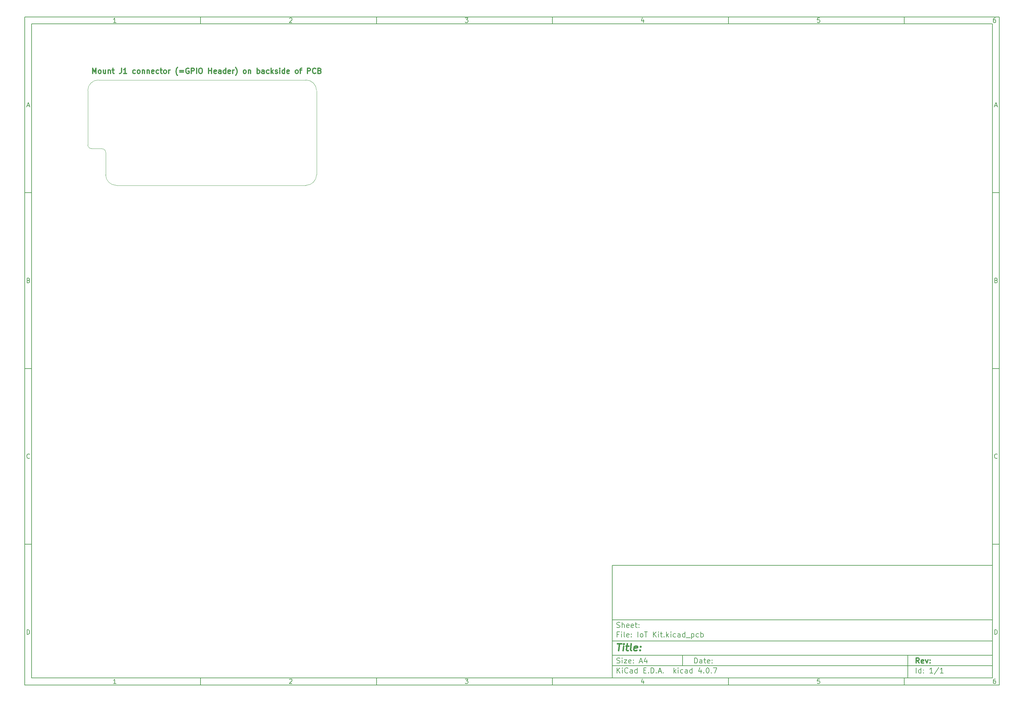
<source format=gbr>
G04 #@! TF.FileFunction,Other,Comment*
%FSLAX46Y46*%
G04 Gerber Fmt 4.6, Leading zero omitted, Abs format (unit mm)*
G04 Created by KiCad (PCBNEW 4.0.7) date Thursday 07 December 2017 'o51' 11:51:57*
%MOMM*%
%LPD*%
G01*
G04 APERTURE LIST*
%ADD10C,0.100000*%
%ADD11C,0.150000*%
%ADD12C,0.300000*%
%ADD13C,0.400000*%
G04 APERTURE END LIST*
D10*
D11*
X177002200Y-166007200D02*
X177002200Y-198007200D01*
X285002200Y-198007200D01*
X285002200Y-166007200D01*
X177002200Y-166007200D01*
D10*
D11*
X10000000Y-10000000D02*
X10000000Y-200007200D01*
X287002200Y-200007200D01*
X287002200Y-10000000D01*
X10000000Y-10000000D01*
D10*
D11*
X12000000Y-12000000D02*
X12000000Y-198007200D01*
X285002200Y-198007200D01*
X285002200Y-12000000D01*
X12000000Y-12000000D01*
D10*
D11*
X60000000Y-12000000D02*
X60000000Y-10000000D01*
D10*
D11*
X110000000Y-12000000D02*
X110000000Y-10000000D01*
D10*
D11*
X160000000Y-12000000D02*
X160000000Y-10000000D01*
D10*
D11*
X210000000Y-12000000D02*
X210000000Y-10000000D01*
D10*
D11*
X260000000Y-12000000D02*
X260000000Y-10000000D01*
D10*
D11*
X35990476Y-11588095D02*
X35247619Y-11588095D01*
X35619048Y-11588095D02*
X35619048Y-10288095D01*
X35495238Y-10473810D01*
X35371429Y-10597619D01*
X35247619Y-10659524D01*
D10*
D11*
X85247619Y-10411905D02*
X85309524Y-10350000D01*
X85433333Y-10288095D01*
X85742857Y-10288095D01*
X85866667Y-10350000D01*
X85928571Y-10411905D01*
X85990476Y-10535714D01*
X85990476Y-10659524D01*
X85928571Y-10845238D01*
X85185714Y-11588095D01*
X85990476Y-11588095D01*
D10*
D11*
X135185714Y-10288095D02*
X135990476Y-10288095D01*
X135557143Y-10783333D01*
X135742857Y-10783333D01*
X135866667Y-10845238D01*
X135928571Y-10907143D01*
X135990476Y-11030952D01*
X135990476Y-11340476D01*
X135928571Y-11464286D01*
X135866667Y-11526190D01*
X135742857Y-11588095D01*
X135371429Y-11588095D01*
X135247619Y-11526190D01*
X135185714Y-11464286D01*
D10*
D11*
X185866667Y-10721429D02*
X185866667Y-11588095D01*
X185557143Y-10226190D02*
X185247619Y-11154762D01*
X186052381Y-11154762D01*
D10*
D11*
X235928571Y-10288095D02*
X235309524Y-10288095D01*
X235247619Y-10907143D01*
X235309524Y-10845238D01*
X235433333Y-10783333D01*
X235742857Y-10783333D01*
X235866667Y-10845238D01*
X235928571Y-10907143D01*
X235990476Y-11030952D01*
X235990476Y-11340476D01*
X235928571Y-11464286D01*
X235866667Y-11526190D01*
X235742857Y-11588095D01*
X235433333Y-11588095D01*
X235309524Y-11526190D01*
X235247619Y-11464286D01*
D10*
D11*
X285866667Y-10288095D02*
X285619048Y-10288095D01*
X285495238Y-10350000D01*
X285433333Y-10411905D01*
X285309524Y-10597619D01*
X285247619Y-10845238D01*
X285247619Y-11340476D01*
X285309524Y-11464286D01*
X285371429Y-11526190D01*
X285495238Y-11588095D01*
X285742857Y-11588095D01*
X285866667Y-11526190D01*
X285928571Y-11464286D01*
X285990476Y-11340476D01*
X285990476Y-11030952D01*
X285928571Y-10907143D01*
X285866667Y-10845238D01*
X285742857Y-10783333D01*
X285495238Y-10783333D01*
X285371429Y-10845238D01*
X285309524Y-10907143D01*
X285247619Y-11030952D01*
D10*
D11*
X60000000Y-198007200D02*
X60000000Y-200007200D01*
D10*
D11*
X110000000Y-198007200D02*
X110000000Y-200007200D01*
D10*
D11*
X160000000Y-198007200D02*
X160000000Y-200007200D01*
D10*
D11*
X210000000Y-198007200D02*
X210000000Y-200007200D01*
D10*
D11*
X260000000Y-198007200D02*
X260000000Y-200007200D01*
D10*
D11*
X35990476Y-199595295D02*
X35247619Y-199595295D01*
X35619048Y-199595295D02*
X35619048Y-198295295D01*
X35495238Y-198481010D01*
X35371429Y-198604819D01*
X35247619Y-198666724D01*
D10*
D11*
X85247619Y-198419105D02*
X85309524Y-198357200D01*
X85433333Y-198295295D01*
X85742857Y-198295295D01*
X85866667Y-198357200D01*
X85928571Y-198419105D01*
X85990476Y-198542914D01*
X85990476Y-198666724D01*
X85928571Y-198852438D01*
X85185714Y-199595295D01*
X85990476Y-199595295D01*
D10*
D11*
X135185714Y-198295295D02*
X135990476Y-198295295D01*
X135557143Y-198790533D01*
X135742857Y-198790533D01*
X135866667Y-198852438D01*
X135928571Y-198914343D01*
X135990476Y-199038152D01*
X135990476Y-199347676D01*
X135928571Y-199471486D01*
X135866667Y-199533390D01*
X135742857Y-199595295D01*
X135371429Y-199595295D01*
X135247619Y-199533390D01*
X135185714Y-199471486D01*
D10*
D11*
X185866667Y-198728629D02*
X185866667Y-199595295D01*
X185557143Y-198233390D02*
X185247619Y-199161962D01*
X186052381Y-199161962D01*
D10*
D11*
X235928571Y-198295295D02*
X235309524Y-198295295D01*
X235247619Y-198914343D01*
X235309524Y-198852438D01*
X235433333Y-198790533D01*
X235742857Y-198790533D01*
X235866667Y-198852438D01*
X235928571Y-198914343D01*
X235990476Y-199038152D01*
X235990476Y-199347676D01*
X235928571Y-199471486D01*
X235866667Y-199533390D01*
X235742857Y-199595295D01*
X235433333Y-199595295D01*
X235309524Y-199533390D01*
X235247619Y-199471486D01*
D10*
D11*
X285866667Y-198295295D02*
X285619048Y-198295295D01*
X285495238Y-198357200D01*
X285433333Y-198419105D01*
X285309524Y-198604819D01*
X285247619Y-198852438D01*
X285247619Y-199347676D01*
X285309524Y-199471486D01*
X285371429Y-199533390D01*
X285495238Y-199595295D01*
X285742857Y-199595295D01*
X285866667Y-199533390D01*
X285928571Y-199471486D01*
X285990476Y-199347676D01*
X285990476Y-199038152D01*
X285928571Y-198914343D01*
X285866667Y-198852438D01*
X285742857Y-198790533D01*
X285495238Y-198790533D01*
X285371429Y-198852438D01*
X285309524Y-198914343D01*
X285247619Y-199038152D01*
D10*
D11*
X10000000Y-60000000D02*
X12000000Y-60000000D01*
D10*
D11*
X10000000Y-110000000D02*
X12000000Y-110000000D01*
D10*
D11*
X10000000Y-160000000D02*
X12000000Y-160000000D01*
D10*
D11*
X10690476Y-35216667D02*
X11309524Y-35216667D01*
X10566667Y-35588095D02*
X11000000Y-34288095D01*
X11433333Y-35588095D01*
D10*
D11*
X11092857Y-84907143D02*
X11278571Y-84969048D01*
X11340476Y-85030952D01*
X11402381Y-85154762D01*
X11402381Y-85340476D01*
X11340476Y-85464286D01*
X11278571Y-85526190D01*
X11154762Y-85588095D01*
X10659524Y-85588095D01*
X10659524Y-84288095D01*
X11092857Y-84288095D01*
X11216667Y-84350000D01*
X11278571Y-84411905D01*
X11340476Y-84535714D01*
X11340476Y-84659524D01*
X11278571Y-84783333D01*
X11216667Y-84845238D01*
X11092857Y-84907143D01*
X10659524Y-84907143D01*
D10*
D11*
X11402381Y-135464286D02*
X11340476Y-135526190D01*
X11154762Y-135588095D01*
X11030952Y-135588095D01*
X10845238Y-135526190D01*
X10721429Y-135402381D01*
X10659524Y-135278571D01*
X10597619Y-135030952D01*
X10597619Y-134845238D01*
X10659524Y-134597619D01*
X10721429Y-134473810D01*
X10845238Y-134350000D01*
X11030952Y-134288095D01*
X11154762Y-134288095D01*
X11340476Y-134350000D01*
X11402381Y-134411905D01*
D10*
D11*
X10659524Y-185588095D02*
X10659524Y-184288095D01*
X10969048Y-184288095D01*
X11154762Y-184350000D01*
X11278571Y-184473810D01*
X11340476Y-184597619D01*
X11402381Y-184845238D01*
X11402381Y-185030952D01*
X11340476Y-185278571D01*
X11278571Y-185402381D01*
X11154762Y-185526190D01*
X10969048Y-185588095D01*
X10659524Y-185588095D01*
D10*
D11*
X287002200Y-60000000D02*
X285002200Y-60000000D01*
D10*
D11*
X287002200Y-110000000D02*
X285002200Y-110000000D01*
D10*
D11*
X287002200Y-160000000D02*
X285002200Y-160000000D01*
D10*
D11*
X285692676Y-35216667D02*
X286311724Y-35216667D01*
X285568867Y-35588095D02*
X286002200Y-34288095D01*
X286435533Y-35588095D01*
D10*
D11*
X286095057Y-84907143D02*
X286280771Y-84969048D01*
X286342676Y-85030952D01*
X286404581Y-85154762D01*
X286404581Y-85340476D01*
X286342676Y-85464286D01*
X286280771Y-85526190D01*
X286156962Y-85588095D01*
X285661724Y-85588095D01*
X285661724Y-84288095D01*
X286095057Y-84288095D01*
X286218867Y-84350000D01*
X286280771Y-84411905D01*
X286342676Y-84535714D01*
X286342676Y-84659524D01*
X286280771Y-84783333D01*
X286218867Y-84845238D01*
X286095057Y-84907143D01*
X285661724Y-84907143D01*
D10*
D11*
X286404581Y-135464286D02*
X286342676Y-135526190D01*
X286156962Y-135588095D01*
X286033152Y-135588095D01*
X285847438Y-135526190D01*
X285723629Y-135402381D01*
X285661724Y-135278571D01*
X285599819Y-135030952D01*
X285599819Y-134845238D01*
X285661724Y-134597619D01*
X285723629Y-134473810D01*
X285847438Y-134350000D01*
X286033152Y-134288095D01*
X286156962Y-134288095D01*
X286342676Y-134350000D01*
X286404581Y-134411905D01*
D10*
D11*
X285661724Y-185588095D02*
X285661724Y-184288095D01*
X285971248Y-184288095D01*
X286156962Y-184350000D01*
X286280771Y-184473810D01*
X286342676Y-184597619D01*
X286404581Y-184845238D01*
X286404581Y-185030952D01*
X286342676Y-185278571D01*
X286280771Y-185402381D01*
X286156962Y-185526190D01*
X285971248Y-185588095D01*
X285661724Y-185588095D01*
D10*
D11*
X200359343Y-193785771D02*
X200359343Y-192285771D01*
X200716486Y-192285771D01*
X200930771Y-192357200D01*
X201073629Y-192500057D01*
X201145057Y-192642914D01*
X201216486Y-192928629D01*
X201216486Y-193142914D01*
X201145057Y-193428629D01*
X201073629Y-193571486D01*
X200930771Y-193714343D01*
X200716486Y-193785771D01*
X200359343Y-193785771D01*
X202502200Y-193785771D02*
X202502200Y-193000057D01*
X202430771Y-192857200D01*
X202287914Y-192785771D01*
X202002200Y-192785771D01*
X201859343Y-192857200D01*
X202502200Y-193714343D02*
X202359343Y-193785771D01*
X202002200Y-193785771D01*
X201859343Y-193714343D01*
X201787914Y-193571486D01*
X201787914Y-193428629D01*
X201859343Y-193285771D01*
X202002200Y-193214343D01*
X202359343Y-193214343D01*
X202502200Y-193142914D01*
X203002200Y-192785771D02*
X203573629Y-192785771D01*
X203216486Y-192285771D02*
X203216486Y-193571486D01*
X203287914Y-193714343D01*
X203430772Y-193785771D01*
X203573629Y-193785771D01*
X204645057Y-193714343D02*
X204502200Y-193785771D01*
X204216486Y-193785771D01*
X204073629Y-193714343D01*
X204002200Y-193571486D01*
X204002200Y-193000057D01*
X204073629Y-192857200D01*
X204216486Y-192785771D01*
X204502200Y-192785771D01*
X204645057Y-192857200D01*
X204716486Y-193000057D01*
X204716486Y-193142914D01*
X204002200Y-193285771D01*
X205359343Y-193642914D02*
X205430771Y-193714343D01*
X205359343Y-193785771D01*
X205287914Y-193714343D01*
X205359343Y-193642914D01*
X205359343Y-193785771D01*
X205359343Y-192857200D02*
X205430771Y-192928629D01*
X205359343Y-193000057D01*
X205287914Y-192928629D01*
X205359343Y-192857200D01*
X205359343Y-193000057D01*
D10*
D11*
X177002200Y-194507200D02*
X285002200Y-194507200D01*
D10*
D11*
X178359343Y-196585771D02*
X178359343Y-195085771D01*
X179216486Y-196585771D02*
X178573629Y-195728629D01*
X179216486Y-195085771D02*
X178359343Y-195942914D01*
X179859343Y-196585771D02*
X179859343Y-195585771D01*
X179859343Y-195085771D02*
X179787914Y-195157200D01*
X179859343Y-195228629D01*
X179930771Y-195157200D01*
X179859343Y-195085771D01*
X179859343Y-195228629D01*
X181430772Y-196442914D02*
X181359343Y-196514343D01*
X181145057Y-196585771D01*
X181002200Y-196585771D01*
X180787915Y-196514343D01*
X180645057Y-196371486D01*
X180573629Y-196228629D01*
X180502200Y-195942914D01*
X180502200Y-195728629D01*
X180573629Y-195442914D01*
X180645057Y-195300057D01*
X180787915Y-195157200D01*
X181002200Y-195085771D01*
X181145057Y-195085771D01*
X181359343Y-195157200D01*
X181430772Y-195228629D01*
X182716486Y-196585771D02*
X182716486Y-195800057D01*
X182645057Y-195657200D01*
X182502200Y-195585771D01*
X182216486Y-195585771D01*
X182073629Y-195657200D01*
X182716486Y-196514343D02*
X182573629Y-196585771D01*
X182216486Y-196585771D01*
X182073629Y-196514343D01*
X182002200Y-196371486D01*
X182002200Y-196228629D01*
X182073629Y-196085771D01*
X182216486Y-196014343D01*
X182573629Y-196014343D01*
X182716486Y-195942914D01*
X184073629Y-196585771D02*
X184073629Y-195085771D01*
X184073629Y-196514343D02*
X183930772Y-196585771D01*
X183645058Y-196585771D01*
X183502200Y-196514343D01*
X183430772Y-196442914D01*
X183359343Y-196300057D01*
X183359343Y-195871486D01*
X183430772Y-195728629D01*
X183502200Y-195657200D01*
X183645058Y-195585771D01*
X183930772Y-195585771D01*
X184073629Y-195657200D01*
X185930772Y-195800057D02*
X186430772Y-195800057D01*
X186645058Y-196585771D02*
X185930772Y-196585771D01*
X185930772Y-195085771D01*
X186645058Y-195085771D01*
X187287915Y-196442914D02*
X187359343Y-196514343D01*
X187287915Y-196585771D01*
X187216486Y-196514343D01*
X187287915Y-196442914D01*
X187287915Y-196585771D01*
X188002201Y-196585771D02*
X188002201Y-195085771D01*
X188359344Y-195085771D01*
X188573629Y-195157200D01*
X188716487Y-195300057D01*
X188787915Y-195442914D01*
X188859344Y-195728629D01*
X188859344Y-195942914D01*
X188787915Y-196228629D01*
X188716487Y-196371486D01*
X188573629Y-196514343D01*
X188359344Y-196585771D01*
X188002201Y-196585771D01*
X189502201Y-196442914D02*
X189573629Y-196514343D01*
X189502201Y-196585771D01*
X189430772Y-196514343D01*
X189502201Y-196442914D01*
X189502201Y-196585771D01*
X190145058Y-196157200D02*
X190859344Y-196157200D01*
X190002201Y-196585771D02*
X190502201Y-195085771D01*
X191002201Y-196585771D01*
X191502201Y-196442914D02*
X191573629Y-196514343D01*
X191502201Y-196585771D01*
X191430772Y-196514343D01*
X191502201Y-196442914D01*
X191502201Y-196585771D01*
X194502201Y-196585771D02*
X194502201Y-195085771D01*
X194645058Y-196014343D02*
X195073629Y-196585771D01*
X195073629Y-195585771D02*
X194502201Y-196157200D01*
X195716487Y-196585771D02*
X195716487Y-195585771D01*
X195716487Y-195085771D02*
X195645058Y-195157200D01*
X195716487Y-195228629D01*
X195787915Y-195157200D01*
X195716487Y-195085771D01*
X195716487Y-195228629D01*
X197073630Y-196514343D02*
X196930773Y-196585771D01*
X196645059Y-196585771D01*
X196502201Y-196514343D01*
X196430773Y-196442914D01*
X196359344Y-196300057D01*
X196359344Y-195871486D01*
X196430773Y-195728629D01*
X196502201Y-195657200D01*
X196645059Y-195585771D01*
X196930773Y-195585771D01*
X197073630Y-195657200D01*
X198359344Y-196585771D02*
X198359344Y-195800057D01*
X198287915Y-195657200D01*
X198145058Y-195585771D01*
X197859344Y-195585771D01*
X197716487Y-195657200D01*
X198359344Y-196514343D02*
X198216487Y-196585771D01*
X197859344Y-196585771D01*
X197716487Y-196514343D01*
X197645058Y-196371486D01*
X197645058Y-196228629D01*
X197716487Y-196085771D01*
X197859344Y-196014343D01*
X198216487Y-196014343D01*
X198359344Y-195942914D01*
X199716487Y-196585771D02*
X199716487Y-195085771D01*
X199716487Y-196514343D02*
X199573630Y-196585771D01*
X199287916Y-196585771D01*
X199145058Y-196514343D01*
X199073630Y-196442914D01*
X199002201Y-196300057D01*
X199002201Y-195871486D01*
X199073630Y-195728629D01*
X199145058Y-195657200D01*
X199287916Y-195585771D01*
X199573630Y-195585771D01*
X199716487Y-195657200D01*
X202216487Y-195585771D02*
X202216487Y-196585771D01*
X201859344Y-195014343D02*
X201502201Y-196085771D01*
X202430773Y-196085771D01*
X203002201Y-196442914D02*
X203073629Y-196514343D01*
X203002201Y-196585771D01*
X202930772Y-196514343D01*
X203002201Y-196442914D01*
X203002201Y-196585771D01*
X204002201Y-195085771D02*
X204145058Y-195085771D01*
X204287915Y-195157200D01*
X204359344Y-195228629D01*
X204430773Y-195371486D01*
X204502201Y-195657200D01*
X204502201Y-196014343D01*
X204430773Y-196300057D01*
X204359344Y-196442914D01*
X204287915Y-196514343D01*
X204145058Y-196585771D01*
X204002201Y-196585771D01*
X203859344Y-196514343D01*
X203787915Y-196442914D01*
X203716487Y-196300057D01*
X203645058Y-196014343D01*
X203645058Y-195657200D01*
X203716487Y-195371486D01*
X203787915Y-195228629D01*
X203859344Y-195157200D01*
X204002201Y-195085771D01*
X205145058Y-196442914D02*
X205216486Y-196514343D01*
X205145058Y-196585771D01*
X205073629Y-196514343D01*
X205145058Y-196442914D01*
X205145058Y-196585771D01*
X205716487Y-195085771D02*
X206716487Y-195085771D01*
X206073630Y-196585771D01*
D10*
D11*
X177002200Y-191507200D02*
X285002200Y-191507200D01*
D10*
D12*
X264216486Y-193785771D02*
X263716486Y-193071486D01*
X263359343Y-193785771D02*
X263359343Y-192285771D01*
X263930771Y-192285771D01*
X264073629Y-192357200D01*
X264145057Y-192428629D01*
X264216486Y-192571486D01*
X264216486Y-192785771D01*
X264145057Y-192928629D01*
X264073629Y-193000057D01*
X263930771Y-193071486D01*
X263359343Y-193071486D01*
X265430771Y-193714343D02*
X265287914Y-193785771D01*
X265002200Y-193785771D01*
X264859343Y-193714343D01*
X264787914Y-193571486D01*
X264787914Y-193000057D01*
X264859343Y-192857200D01*
X265002200Y-192785771D01*
X265287914Y-192785771D01*
X265430771Y-192857200D01*
X265502200Y-193000057D01*
X265502200Y-193142914D01*
X264787914Y-193285771D01*
X266002200Y-192785771D02*
X266359343Y-193785771D01*
X266716485Y-192785771D01*
X267287914Y-193642914D02*
X267359342Y-193714343D01*
X267287914Y-193785771D01*
X267216485Y-193714343D01*
X267287914Y-193642914D01*
X267287914Y-193785771D01*
X267287914Y-192857200D02*
X267359342Y-192928629D01*
X267287914Y-193000057D01*
X267216485Y-192928629D01*
X267287914Y-192857200D01*
X267287914Y-193000057D01*
D10*
D11*
X178287914Y-193714343D02*
X178502200Y-193785771D01*
X178859343Y-193785771D01*
X179002200Y-193714343D01*
X179073629Y-193642914D01*
X179145057Y-193500057D01*
X179145057Y-193357200D01*
X179073629Y-193214343D01*
X179002200Y-193142914D01*
X178859343Y-193071486D01*
X178573629Y-193000057D01*
X178430771Y-192928629D01*
X178359343Y-192857200D01*
X178287914Y-192714343D01*
X178287914Y-192571486D01*
X178359343Y-192428629D01*
X178430771Y-192357200D01*
X178573629Y-192285771D01*
X178930771Y-192285771D01*
X179145057Y-192357200D01*
X179787914Y-193785771D02*
X179787914Y-192785771D01*
X179787914Y-192285771D02*
X179716485Y-192357200D01*
X179787914Y-192428629D01*
X179859342Y-192357200D01*
X179787914Y-192285771D01*
X179787914Y-192428629D01*
X180359343Y-192785771D02*
X181145057Y-192785771D01*
X180359343Y-193785771D01*
X181145057Y-193785771D01*
X182287914Y-193714343D02*
X182145057Y-193785771D01*
X181859343Y-193785771D01*
X181716486Y-193714343D01*
X181645057Y-193571486D01*
X181645057Y-193000057D01*
X181716486Y-192857200D01*
X181859343Y-192785771D01*
X182145057Y-192785771D01*
X182287914Y-192857200D01*
X182359343Y-193000057D01*
X182359343Y-193142914D01*
X181645057Y-193285771D01*
X183002200Y-193642914D02*
X183073628Y-193714343D01*
X183002200Y-193785771D01*
X182930771Y-193714343D01*
X183002200Y-193642914D01*
X183002200Y-193785771D01*
X183002200Y-192857200D02*
X183073628Y-192928629D01*
X183002200Y-193000057D01*
X182930771Y-192928629D01*
X183002200Y-192857200D01*
X183002200Y-193000057D01*
X184787914Y-193357200D02*
X185502200Y-193357200D01*
X184645057Y-193785771D02*
X185145057Y-192285771D01*
X185645057Y-193785771D01*
X186787914Y-192785771D02*
X186787914Y-193785771D01*
X186430771Y-192214343D02*
X186073628Y-193285771D01*
X187002200Y-193285771D01*
D10*
D11*
X263359343Y-196585771D02*
X263359343Y-195085771D01*
X264716486Y-196585771D02*
X264716486Y-195085771D01*
X264716486Y-196514343D02*
X264573629Y-196585771D01*
X264287915Y-196585771D01*
X264145057Y-196514343D01*
X264073629Y-196442914D01*
X264002200Y-196300057D01*
X264002200Y-195871486D01*
X264073629Y-195728629D01*
X264145057Y-195657200D01*
X264287915Y-195585771D01*
X264573629Y-195585771D01*
X264716486Y-195657200D01*
X265430772Y-196442914D02*
X265502200Y-196514343D01*
X265430772Y-196585771D01*
X265359343Y-196514343D01*
X265430772Y-196442914D01*
X265430772Y-196585771D01*
X265430772Y-195657200D02*
X265502200Y-195728629D01*
X265430772Y-195800057D01*
X265359343Y-195728629D01*
X265430772Y-195657200D01*
X265430772Y-195800057D01*
X268073629Y-196585771D02*
X267216486Y-196585771D01*
X267645058Y-196585771D02*
X267645058Y-195085771D01*
X267502201Y-195300057D01*
X267359343Y-195442914D01*
X267216486Y-195514343D01*
X269787914Y-195014343D02*
X268502200Y-196942914D01*
X271073629Y-196585771D02*
X270216486Y-196585771D01*
X270645058Y-196585771D02*
X270645058Y-195085771D01*
X270502201Y-195300057D01*
X270359343Y-195442914D01*
X270216486Y-195514343D01*
D10*
D11*
X177002200Y-187507200D02*
X285002200Y-187507200D01*
D10*
D13*
X178454581Y-188211962D02*
X179597438Y-188211962D01*
X178776010Y-190211962D02*
X179026010Y-188211962D01*
X180014105Y-190211962D02*
X180180771Y-188878629D01*
X180264105Y-188211962D02*
X180156962Y-188307200D01*
X180240295Y-188402438D01*
X180347439Y-188307200D01*
X180264105Y-188211962D01*
X180240295Y-188402438D01*
X180847438Y-188878629D02*
X181609343Y-188878629D01*
X181216486Y-188211962D02*
X181002200Y-189926248D01*
X181073630Y-190116724D01*
X181252201Y-190211962D01*
X181442677Y-190211962D01*
X182395058Y-190211962D02*
X182216487Y-190116724D01*
X182145057Y-189926248D01*
X182359343Y-188211962D01*
X183930772Y-190116724D02*
X183728391Y-190211962D01*
X183347439Y-190211962D01*
X183168867Y-190116724D01*
X183097438Y-189926248D01*
X183192676Y-189164343D01*
X183311724Y-188973867D01*
X183514105Y-188878629D01*
X183895057Y-188878629D01*
X184073629Y-188973867D01*
X184145057Y-189164343D01*
X184121248Y-189354819D01*
X183145057Y-189545295D01*
X184895057Y-190021486D02*
X184978392Y-190116724D01*
X184871248Y-190211962D01*
X184787915Y-190116724D01*
X184895057Y-190021486D01*
X184871248Y-190211962D01*
X185026010Y-188973867D02*
X185109344Y-189069105D01*
X185002200Y-189164343D01*
X184918867Y-189069105D01*
X185026010Y-188973867D01*
X185002200Y-189164343D01*
D10*
D11*
X178859343Y-185600057D02*
X178359343Y-185600057D01*
X178359343Y-186385771D02*
X178359343Y-184885771D01*
X179073629Y-184885771D01*
X179645057Y-186385771D02*
X179645057Y-185385771D01*
X179645057Y-184885771D02*
X179573628Y-184957200D01*
X179645057Y-185028629D01*
X179716485Y-184957200D01*
X179645057Y-184885771D01*
X179645057Y-185028629D01*
X180573629Y-186385771D02*
X180430771Y-186314343D01*
X180359343Y-186171486D01*
X180359343Y-184885771D01*
X181716485Y-186314343D02*
X181573628Y-186385771D01*
X181287914Y-186385771D01*
X181145057Y-186314343D01*
X181073628Y-186171486D01*
X181073628Y-185600057D01*
X181145057Y-185457200D01*
X181287914Y-185385771D01*
X181573628Y-185385771D01*
X181716485Y-185457200D01*
X181787914Y-185600057D01*
X181787914Y-185742914D01*
X181073628Y-185885771D01*
X182430771Y-186242914D02*
X182502199Y-186314343D01*
X182430771Y-186385771D01*
X182359342Y-186314343D01*
X182430771Y-186242914D01*
X182430771Y-186385771D01*
X182430771Y-185457200D02*
X182502199Y-185528629D01*
X182430771Y-185600057D01*
X182359342Y-185528629D01*
X182430771Y-185457200D01*
X182430771Y-185600057D01*
X184287914Y-186385771D02*
X184287914Y-184885771D01*
X185216486Y-186385771D02*
X185073628Y-186314343D01*
X185002200Y-186242914D01*
X184930771Y-186100057D01*
X184930771Y-185671486D01*
X185002200Y-185528629D01*
X185073628Y-185457200D01*
X185216486Y-185385771D01*
X185430771Y-185385771D01*
X185573628Y-185457200D01*
X185645057Y-185528629D01*
X185716486Y-185671486D01*
X185716486Y-186100057D01*
X185645057Y-186242914D01*
X185573628Y-186314343D01*
X185430771Y-186385771D01*
X185216486Y-186385771D01*
X186145057Y-184885771D02*
X187002200Y-184885771D01*
X186573629Y-186385771D02*
X186573629Y-184885771D01*
X188645057Y-186385771D02*
X188645057Y-184885771D01*
X189502200Y-186385771D02*
X188859343Y-185528629D01*
X189502200Y-184885771D02*
X188645057Y-185742914D01*
X190145057Y-186385771D02*
X190145057Y-185385771D01*
X190145057Y-184885771D02*
X190073628Y-184957200D01*
X190145057Y-185028629D01*
X190216485Y-184957200D01*
X190145057Y-184885771D01*
X190145057Y-185028629D01*
X190645057Y-185385771D02*
X191216486Y-185385771D01*
X190859343Y-184885771D02*
X190859343Y-186171486D01*
X190930771Y-186314343D01*
X191073629Y-186385771D01*
X191216486Y-186385771D01*
X191716486Y-186242914D02*
X191787914Y-186314343D01*
X191716486Y-186385771D01*
X191645057Y-186314343D01*
X191716486Y-186242914D01*
X191716486Y-186385771D01*
X192430772Y-186385771D02*
X192430772Y-184885771D01*
X192573629Y-185814343D02*
X193002200Y-186385771D01*
X193002200Y-185385771D02*
X192430772Y-185957200D01*
X193645058Y-186385771D02*
X193645058Y-185385771D01*
X193645058Y-184885771D02*
X193573629Y-184957200D01*
X193645058Y-185028629D01*
X193716486Y-184957200D01*
X193645058Y-184885771D01*
X193645058Y-185028629D01*
X195002201Y-186314343D02*
X194859344Y-186385771D01*
X194573630Y-186385771D01*
X194430772Y-186314343D01*
X194359344Y-186242914D01*
X194287915Y-186100057D01*
X194287915Y-185671486D01*
X194359344Y-185528629D01*
X194430772Y-185457200D01*
X194573630Y-185385771D01*
X194859344Y-185385771D01*
X195002201Y-185457200D01*
X196287915Y-186385771D02*
X196287915Y-185600057D01*
X196216486Y-185457200D01*
X196073629Y-185385771D01*
X195787915Y-185385771D01*
X195645058Y-185457200D01*
X196287915Y-186314343D02*
X196145058Y-186385771D01*
X195787915Y-186385771D01*
X195645058Y-186314343D01*
X195573629Y-186171486D01*
X195573629Y-186028629D01*
X195645058Y-185885771D01*
X195787915Y-185814343D01*
X196145058Y-185814343D01*
X196287915Y-185742914D01*
X197645058Y-186385771D02*
X197645058Y-184885771D01*
X197645058Y-186314343D02*
X197502201Y-186385771D01*
X197216487Y-186385771D01*
X197073629Y-186314343D01*
X197002201Y-186242914D01*
X196930772Y-186100057D01*
X196930772Y-185671486D01*
X197002201Y-185528629D01*
X197073629Y-185457200D01*
X197216487Y-185385771D01*
X197502201Y-185385771D01*
X197645058Y-185457200D01*
X198002201Y-186528629D02*
X199145058Y-186528629D01*
X199502201Y-185385771D02*
X199502201Y-186885771D01*
X199502201Y-185457200D02*
X199645058Y-185385771D01*
X199930772Y-185385771D01*
X200073629Y-185457200D01*
X200145058Y-185528629D01*
X200216487Y-185671486D01*
X200216487Y-186100057D01*
X200145058Y-186242914D01*
X200073629Y-186314343D01*
X199930772Y-186385771D01*
X199645058Y-186385771D01*
X199502201Y-186314343D01*
X201502201Y-186314343D02*
X201359344Y-186385771D01*
X201073630Y-186385771D01*
X200930772Y-186314343D01*
X200859344Y-186242914D01*
X200787915Y-186100057D01*
X200787915Y-185671486D01*
X200859344Y-185528629D01*
X200930772Y-185457200D01*
X201073630Y-185385771D01*
X201359344Y-185385771D01*
X201502201Y-185457200D01*
X202145058Y-186385771D02*
X202145058Y-184885771D01*
X202145058Y-185457200D02*
X202287915Y-185385771D01*
X202573629Y-185385771D01*
X202716486Y-185457200D01*
X202787915Y-185528629D01*
X202859344Y-185671486D01*
X202859344Y-186100057D01*
X202787915Y-186242914D01*
X202716486Y-186314343D01*
X202573629Y-186385771D01*
X202287915Y-186385771D01*
X202145058Y-186314343D01*
D10*
D11*
X177002200Y-181507200D02*
X285002200Y-181507200D01*
D10*
D11*
X178287914Y-183614343D02*
X178502200Y-183685771D01*
X178859343Y-183685771D01*
X179002200Y-183614343D01*
X179073629Y-183542914D01*
X179145057Y-183400057D01*
X179145057Y-183257200D01*
X179073629Y-183114343D01*
X179002200Y-183042914D01*
X178859343Y-182971486D01*
X178573629Y-182900057D01*
X178430771Y-182828629D01*
X178359343Y-182757200D01*
X178287914Y-182614343D01*
X178287914Y-182471486D01*
X178359343Y-182328629D01*
X178430771Y-182257200D01*
X178573629Y-182185771D01*
X178930771Y-182185771D01*
X179145057Y-182257200D01*
X179787914Y-183685771D02*
X179787914Y-182185771D01*
X180430771Y-183685771D02*
X180430771Y-182900057D01*
X180359342Y-182757200D01*
X180216485Y-182685771D01*
X180002200Y-182685771D01*
X179859342Y-182757200D01*
X179787914Y-182828629D01*
X181716485Y-183614343D02*
X181573628Y-183685771D01*
X181287914Y-183685771D01*
X181145057Y-183614343D01*
X181073628Y-183471486D01*
X181073628Y-182900057D01*
X181145057Y-182757200D01*
X181287914Y-182685771D01*
X181573628Y-182685771D01*
X181716485Y-182757200D01*
X181787914Y-182900057D01*
X181787914Y-183042914D01*
X181073628Y-183185771D01*
X183002199Y-183614343D02*
X182859342Y-183685771D01*
X182573628Y-183685771D01*
X182430771Y-183614343D01*
X182359342Y-183471486D01*
X182359342Y-182900057D01*
X182430771Y-182757200D01*
X182573628Y-182685771D01*
X182859342Y-182685771D01*
X183002199Y-182757200D01*
X183073628Y-182900057D01*
X183073628Y-183042914D01*
X182359342Y-183185771D01*
X183502199Y-182685771D02*
X184073628Y-182685771D01*
X183716485Y-182185771D02*
X183716485Y-183471486D01*
X183787913Y-183614343D01*
X183930771Y-183685771D01*
X184073628Y-183685771D01*
X184573628Y-183542914D02*
X184645056Y-183614343D01*
X184573628Y-183685771D01*
X184502199Y-183614343D01*
X184573628Y-183542914D01*
X184573628Y-183685771D01*
X184573628Y-182757200D02*
X184645056Y-182828629D01*
X184573628Y-182900057D01*
X184502199Y-182828629D01*
X184573628Y-182757200D01*
X184573628Y-182900057D01*
D10*
D11*
X197002200Y-191507200D02*
X197002200Y-194507200D01*
D10*
D11*
X261002200Y-191507200D02*
X261002200Y-198007200D01*
D12*
X29293429Y-26078571D02*
X29293429Y-24578571D01*
X29793429Y-25650000D01*
X30293429Y-24578571D01*
X30293429Y-26078571D01*
X31222001Y-26078571D02*
X31079143Y-26007143D01*
X31007715Y-25935714D01*
X30936286Y-25792857D01*
X30936286Y-25364286D01*
X31007715Y-25221429D01*
X31079143Y-25150000D01*
X31222001Y-25078571D01*
X31436286Y-25078571D01*
X31579143Y-25150000D01*
X31650572Y-25221429D01*
X31722001Y-25364286D01*
X31722001Y-25792857D01*
X31650572Y-25935714D01*
X31579143Y-26007143D01*
X31436286Y-26078571D01*
X31222001Y-26078571D01*
X33007715Y-25078571D02*
X33007715Y-26078571D01*
X32364858Y-25078571D02*
X32364858Y-25864286D01*
X32436286Y-26007143D01*
X32579144Y-26078571D01*
X32793429Y-26078571D01*
X32936286Y-26007143D01*
X33007715Y-25935714D01*
X33722001Y-25078571D02*
X33722001Y-26078571D01*
X33722001Y-25221429D02*
X33793429Y-25150000D01*
X33936287Y-25078571D01*
X34150572Y-25078571D01*
X34293429Y-25150000D01*
X34364858Y-25292857D01*
X34364858Y-26078571D01*
X34864858Y-25078571D02*
X35436287Y-25078571D01*
X35079144Y-24578571D02*
X35079144Y-25864286D01*
X35150572Y-26007143D01*
X35293430Y-26078571D01*
X35436287Y-26078571D01*
X37507715Y-24578571D02*
X37507715Y-25650000D01*
X37436287Y-25864286D01*
X37293430Y-26007143D01*
X37079144Y-26078571D01*
X36936287Y-26078571D01*
X39007715Y-26078571D02*
X38150572Y-26078571D01*
X38579144Y-26078571D02*
X38579144Y-24578571D01*
X38436287Y-24792857D01*
X38293429Y-24935714D01*
X38150572Y-25007143D01*
X41436286Y-26007143D02*
X41293429Y-26078571D01*
X41007715Y-26078571D01*
X40864857Y-26007143D01*
X40793429Y-25935714D01*
X40722000Y-25792857D01*
X40722000Y-25364286D01*
X40793429Y-25221429D01*
X40864857Y-25150000D01*
X41007715Y-25078571D01*
X41293429Y-25078571D01*
X41436286Y-25150000D01*
X42293429Y-26078571D02*
X42150571Y-26007143D01*
X42079143Y-25935714D01*
X42007714Y-25792857D01*
X42007714Y-25364286D01*
X42079143Y-25221429D01*
X42150571Y-25150000D01*
X42293429Y-25078571D01*
X42507714Y-25078571D01*
X42650571Y-25150000D01*
X42722000Y-25221429D01*
X42793429Y-25364286D01*
X42793429Y-25792857D01*
X42722000Y-25935714D01*
X42650571Y-26007143D01*
X42507714Y-26078571D01*
X42293429Y-26078571D01*
X43436286Y-25078571D02*
X43436286Y-26078571D01*
X43436286Y-25221429D02*
X43507714Y-25150000D01*
X43650572Y-25078571D01*
X43864857Y-25078571D01*
X44007714Y-25150000D01*
X44079143Y-25292857D01*
X44079143Y-26078571D01*
X44793429Y-25078571D02*
X44793429Y-26078571D01*
X44793429Y-25221429D02*
X44864857Y-25150000D01*
X45007715Y-25078571D01*
X45222000Y-25078571D01*
X45364857Y-25150000D01*
X45436286Y-25292857D01*
X45436286Y-26078571D01*
X46722000Y-26007143D02*
X46579143Y-26078571D01*
X46293429Y-26078571D01*
X46150572Y-26007143D01*
X46079143Y-25864286D01*
X46079143Y-25292857D01*
X46150572Y-25150000D01*
X46293429Y-25078571D01*
X46579143Y-25078571D01*
X46722000Y-25150000D01*
X46793429Y-25292857D01*
X46793429Y-25435714D01*
X46079143Y-25578571D01*
X48079143Y-26007143D02*
X47936286Y-26078571D01*
X47650572Y-26078571D01*
X47507714Y-26007143D01*
X47436286Y-25935714D01*
X47364857Y-25792857D01*
X47364857Y-25364286D01*
X47436286Y-25221429D01*
X47507714Y-25150000D01*
X47650572Y-25078571D01*
X47936286Y-25078571D01*
X48079143Y-25150000D01*
X48507714Y-25078571D02*
X49079143Y-25078571D01*
X48722000Y-24578571D02*
X48722000Y-25864286D01*
X48793428Y-26007143D01*
X48936286Y-26078571D01*
X49079143Y-26078571D01*
X49793429Y-26078571D02*
X49650571Y-26007143D01*
X49579143Y-25935714D01*
X49507714Y-25792857D01*
X49507714Y-25364286D01*
X49579143Y-25221429D01*
X49650571Y-25150000D01*
X49793429Y-25078571D01*
X50007714Y-25078571D01*
X50150571Y-25150000D01*
X50222000Y-25221429D01*
X50293429Y-25364286D01*
X50293429Y-25792857D01*
X50222000Y-25935714D01*
X50150571Y-26007143D01*
X50007714Y-26078571D01*
X49793429Y-26078571D01*
X50936286Y-26078571D02*
X50936286Y-25078571D01*
X50936286Y-25364286D02*
X51007714Y-25221429D01*
X51079143Y-25150000D01*
X51222000Y-25078571D01*
X51364857Y-25078571D01*
X53436285Y-26650000D02*
X53364857Y-26578571D01*
X53222000Y-26364286D01*
X53150571Y-26221429D01*
X53079142Y-26007143D01*
X53007714Y-25650000D01*
X53007714Y-25364286D01*
X53079142Y-25007143D01*
X53150571Y-24792857D01*
X53222000Y-24650000D01*
X53364857Y-24435714D01*
X53436285Y-24364286D01*
X54007714Y-25292857D02*
X55150571Y-25292857D01*
X55150571Y-25721429D02*
X54007714Y-25721429D01*
X56650571Y-24650000D02*
X56507714Y-24578571D01*
X56293428Y-24578571D01*
X56079143Y-24650000D01*
X55936285Y-24792857D01*
X55864857Y-24935714D01*
X55793428Y-25221429D01*
X55793428Y-25435714D01*
X55864857Y-25721429D01*
X55936285Y-25864286D01*
X56079143Y-26007143D01*
X56293428Y-26078571D01*
X56436285Y-26078571D01*
X56650571Y-26007143D01*
X56722000Y-25935714D01*
X56722000Y-25435714D01*
X56436285Y-25435714D01*
X57364857Y-26078571D02*
X57364857Y-24578571D01*
X57936285Y-24578571D01*
X58079143Y-24650000D01*
X58150571Y-24721429D01*
X58222000Y-24864286D01*
X58222000Y-25078571D01*
X58150571Y-25221429D01*
X58079143Y-25292857D01*
X57936285Y-25364286D01*
X57364857Y-25364286D01*
X58864857Y-26078571D02*
X58864857Y-24578571D01*
X59864857Y-24578571D02*
X60150571Y-24578571D01*
X60293429Y-24650000D01*
X60436286Y-24792857D01*
X60507714Y-25078571D01*
X60507714Y-25578571D01*
X60436286Y-25864286D01*
X60293429Y-26007143D01*
X60150571Y-26078571D01*
X59864857Y-26078571D01*
X59722000Y-26007143D01*
X59579143Y-25864286D01*
X59507714Y-25578571D01*
X59507714Y-25078571D01*
X59579143Y-24792857D01*
X59722000Y-24650000D01*
X59864857Y-24578571D01*
X62293429Y-26078571D02*
X62293429Y-24578571D01*
X62293429Y-25292857D02*
X63150572Y-25292857D01*
X63150572Y-26078571D02*
X63150572Y-24578571D01*
X64436286Y-26007143D02*
X64293429Y-26078571D01*
X64007715Y-26078571D01*
X63864858Y-26007143D01*
X63793429Y-25864286D01*
X63793429Y-25292857D01*
X63864858Y-25150000D01*
X64007715Y-25078571D01*
X64293429Y-25078571D01*
X64436286Y-25150000D01*
X64507715Y-25292857D01*
X64507715Y-25435714D01*
X63793429Y-25578571D01*
X65793429Y-26078571D02*
X65793429Y-25292857D01*
X65722000Y-25150000D01*
X65579143Y-25078571D01*
X65293429Y-25078571D01*
X65150572Y-25150000D01*
X65793429Y-26007143D02*
X65650572Y-26078571D01*
X65293429Y-26078571D01*
X65150572Y-26007143D01*
X65079143Y-25864286D01*
X65079143Y-25721429D01*
X65150572Y-25578571D01*
X65293429Y-25507143D01*
X65650572Y-25507143D01*
X65793429Y-25435714D01*
X67150572Y-26078571D02*
X67150572Y-24578571D01*
X67150572Y-26007143D02*
X67007715Y-26078571D01*
X66722001Y-26078571D01*
X66579143Y-26007143D01*
X66507715Y-25935714D01*
X66436286Y-25792857D01*
X66436286Y-25364286D01*
X66507715Y-25221429D01*
X66579143Y-25150000D01*
X66722001Y-25078571D01*
X67007715Y-25078571D01*
X67150572Y-25150000D01*
X68436286Y-26007143D02*
X68293429Y-26078571D01*
X68007715Y-26078571D01*
X67864858Y-26007143D01*
X67793429Y-25864286D01*
X67793429Y-25292857D01*
X67864858Y-25150000D01*
X68007715Y-25078571D01*
X68293429Y-25078571D01*
X68436286Y-25150000D01*
X68507715Y-25292857D01*
X68507715Y-25435714D01*
X67793429Y-25578571D01*
X69150572Y-26078571D02*
X69150572Y-25078571D01*
X69150572Y-25364286D02*
X69222000Y-25221429D01*
X69293429Y-25150000D01*
X69436286Y-25078571D01*
X69579143Y-25078571D01*
X69936286Y-26650000D02*
X70007714Y-26578571D01*
X70150571Y-26364286D01*
X70222000Y-26221429D01*
X70293429Y-26007143D01*
X70364857Y-25650000D01*
X70364857Y-25364286D01*
X70293429Y-25007143D01*
X70222000Y-24792857D01*
X70150571Y-24650000D01*
X70007714Y-24435714D01*
X69936286Y-24364286D01*
X72436286Y-26078571D02*
X72293428Y-26007143D01*
X72222000Y-25935714D01*
X72150571Y-25792857D01*
X72150571Y-25364286D01*
X72222000Y-25221429D01*
X72293428Y-25150000D01*
X72436286Y-25078571D01*
X72650571Y-25078571D01*
X72793428Y-25150000D01*
X72864857Y-25221429D01*
X72936286Y-25364286D01*
X72936286Y-25792857D01*
X72864857Y-25935714D01*
X72793428Y-26007143D01*
X72650571Y-26078571D01*
X72436286Y-26078571D01*
X73579143Y-25078571D02*
X73579143Y-26078571D01*
X73579143Y-25221429D02*
X73650571Y-25150000D01*
X73793429Y-25078571D01*
X74007714Y-25078571D01*
X74150571Y-25150000D01*
X74222000Y-25292857D01*
X74222000Y-26078571D01*
X76079143Y-26078571D02*
X76079143Y-24578571D01*
X76079143Y-25150000D02*
X76222000Y-25078571D01*
X76507714Y-25078571D01*
X76650571Y-25150000D01*
X76722000Y-25221429D01*
X76793429Y-25364286D01*
X76793429Y-25792857D01*
X76722000Y-25935714D01*
X76650571Y-26007143D01*
X76507714Y-26078571D01*
X76222000Y-26078571D01*
X76079143Y-26007143D01*
X78079143Y-26078571D02*
X78079143Y-25292857D01*
X78007714Y-25150000D01*
X77864857Y-25078571D01*
X77579143Y-25078571D01*
X77436286Y-25150000D01*
X78079143Y-26007143D02*
X77936286Y-26078571D01*
X77579143Y-26078571D01*
X77436286Y-26007143D01*
X77364857Y-25864286D01*
X77364857Y-25721429D01*
X77436286Y-25578571D01*
X77579143Y-25507143D01*
X77936286Y-25507143D01*
X78079143Y-25435714D01*
X79436286Y-26007143D02*
X79293429Y-26078571D01*
X79007715Y-26078571D01*
X78864857Y-26007143D01*
X78793429Y-25935714D01*
X78722000Y-25792857D01*
X78722000Y-25364286D01*
X78793429Y-25221429D01*
X78864857Y-25150000D01*
X79007715Y-25078571D01*
X79293429Y-25078571D01*
X79436286Y-25150000D01*
X80079143Y-26078571D02*
X80079143Y-24578571D01*
X80222000Y-25507143D02*
X80650571Y-26078571D01*
X80650571Y-25078571D02*
X80079143Y-25650000D01*
X81222000Y-26007143D02*
X81364857Y-26078571D01*
X81650572Y-26078571D01*
X81793429Y-26007143D01*
X81864857Y-25864286D01*
X81864857Y-25792857D01*
X81793429Y-25650000D01*
X81650572Y-25578571D01*
X81436286Y-25578571D01*
X81293429Y-25507143D01*
X81222000Y-25364286D01*
X81222000Y-25292857D01*
X81293429Y-25150000D01*
X81436286Y-25078571D01*
X81650572Y-25078571D01*
X81793429Y-25150000D01*
X82507715Y-26078571D02*
X82507715Y-25078571D01*
X82507715Y-24578571D02*
X82436286Y-24650000D01*
X82507715Y-24721429D01*
X82579143Y-24650000D01*
X82507715Y-24578571D01*
X82507715Y-24721429D01*
X83864858Y-26078571D02*
X83864858Y-24578571D01*
X83864858Y-26007143D02*
X83722001Y-26078571D01*
X83436287Y-26078571D01*
X83293429Y-26007143D01*
X83222001Y-25935714D01*
X83150572Y-25792857D01*
X83150572Y-25364286D01*
X83222001Y-25221429D01*
X83293429Y-25150000D01*
X83436287Y-25078571D01*
X83722001Y-25078571D01*
X83864858Y-25150000D01*
X85150572Y-26007143D02*
X85007715Y-26078571D01*
X84722001Y-26078571D01*
X84579144Y-26007143D01*
X84507715Y-25864286D01*
X84507715Y-25292857D01*
X84579144Y-25150000D01*
X84722001Y-25078571D01*
X85007715Y-25078571D01*
X85150572Y-25150000D01*
X85222001Y-25292857D01*
X85222001Y-25435714D01*
X84507715Y-25578571D01*
X87222001Y-26078571D02*
X87079143Y-26007143D01*
X87007715Y-25935714D01*
X86936286Y-25792857D01*
X86936286Y-25364286D01*
X87007715Y-25221429D01*
X87079143Y-25150000D01*
X87222001Y-25078571D01*
X87436286Y-25078571D01*
X87579143Y-25150000D01*
X87650572Y-25221429D01*
X87722001Y-25364286D01*
X87722001Y-25792857D01*
X87650572Y-25935714D01*
X87579143Y-26007143D01*
X87436286Y-26078571D01*
X87222001Y-26078571D01*
X88150572Y-25078571D02*
X88722001Y-25078571D01*
X88364858Y-26078571D02*
X88364858Y-24792857D01*
X88436286Y-24650000D01*
X88579144Y-24578571D01*
X88722001Y-24578571D01*
X90364858Y-26078571D02*
X90364858Y-24578571D01*
X90936286Y-24578571D01*
X91079144Y-24650000D01*
X91150572Y-24721429D01*
X91222001Y-24864286D01*
X91222001Y-25078571D01*
X91150572Y-25221429D01*
X91079144Y-25292857D01*
X90936286Y-25364286D01*
X90364858Y-25364286D01*
X92722001Y-25935714D02*
X92650572Y-26007143D01*
X92436286Y-26078571D01*
X92293429Y-26078571D01*
X92079144Y-26007143D01*
X91936286Y-25864286D01*
X91864858Y-25721429D01*
X91793429Y-25435714D01*
X91793429Y-25221429D01*
X91864858Y-24935714D01*
X91936286Y-24792857D01*
X92079144Y-24650000D01*
X92293429Y-24578571D01*
X92436286Y-24578571D01*
X92650572Y-24650000D01*
X92722001Y-24721429D01*
X93864858Y-25292857D02*
X94079144Y-25364286D01*
X94150572Y-25435714D01*
X94222001Y-25578571D01*
X94222001Y-25792857D01*
X94150572Y-25935714D01*
X94079144Y-26007143D01*
X93936286Y-26078571D01*
X93364858Y-26078571D01*
X93364858Y-24578571D01*
X93864858Y-24578571D01*
X94007715Y-24650000D01*
X94079144Y-24721429D01*
X94150572Y-24864286D01*
X94150572Y-25007143D01*
X94079144Y-25150000D01*
X94007715Y-25221429D01*
X93864858Y-25292857D01*
X93364858Y-25292857D01*
D10*
X92964000Y-30988000D02*
X92964000Y-54864000D01*
X92940000Y-30932000D02*
G75*
G03X89940000Y-27932000I-3000000J0D01*
G01*
X89940000Y-57897000D02*
G75*
G03X92940000Y-54897000I0J3000000D01*
G01*
X36068000Y-57912000D02*
X89916000Y-57912000D01*
X33020000Y-48514000D02*
G75*
G03X32004000Y-47498000I-1016000J0D01*
G01*
X33020000Y-54991000D02*
X33020000Y-48514000D01*
X27940000Y-30962600D02*
X27940000Y-46456600D01*
X30940000Y-27932000D02*
X89940000Y-27932000D01*
X30940000Y-27932000D02*
G75*
G03X27940000Y-30932000I0J-3000000D01*
G01*
X27940000Y-46432000D02*
G75*
G03X28940000Y-47432000I1000000J0D01*
G01*
X33020000Y-54897000D02*
G75*
G03X36020000Y-57897000I3000000J0D01*
G01*
X28940000Y-47432000D02*
X31940000Y-47432000D01*
M02*

</source>
